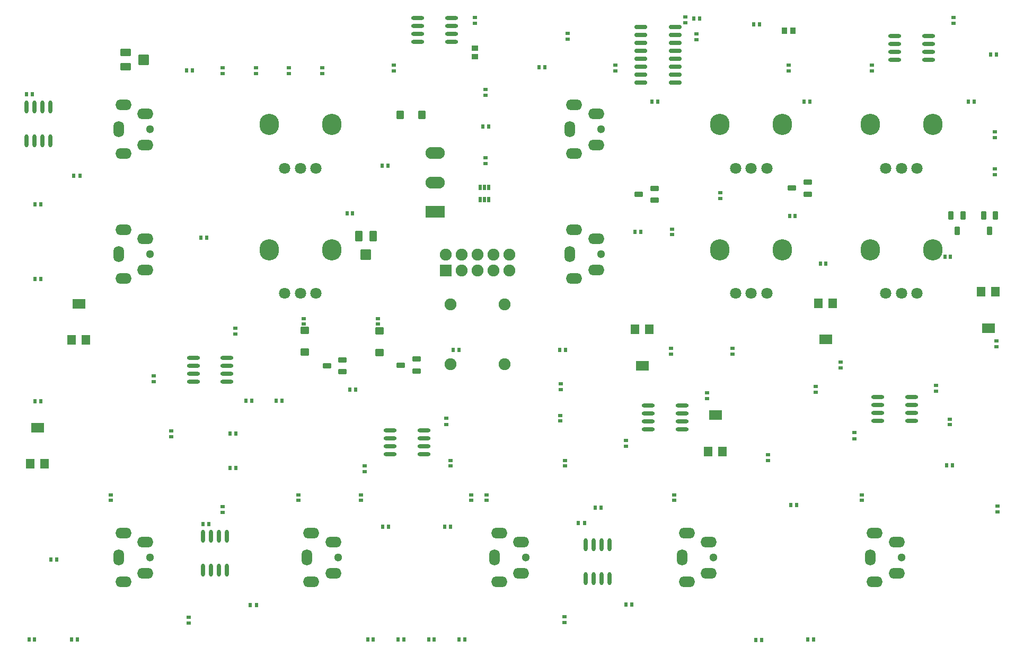
<source format=gbr>
%TF.GenerationSoftware,KiCad,Pcbnew,7.0.6+dfsg-1*%
%TF.CreationDate,2023-07-24T09:36:45-07:00*%
%TF.ProjectId,VCO,56434f2e-6b69-4636-9164-5f7063625858,rev?*%
%TF.SameCoordinates,Original*%
%TF.FileFunction,Soldermask,Top*%
%TF.FilePolarity,Negative*%
%FSLAX46Y46*%
G04 Gerber Fmt 4.6, Leading zero omitted, Abs format (unit mm)*
G04 Created by KiCad (PCBNEW 7.0.6+dfsg-1) date 2023-07-24 09:36:45*
%MOMM*%
%LPD*%
G01*
G04 APERTURE LIST*
G04 Aperture macros list*
%AMRoundRect*
0 Rectangle with rounded corners*
0 $1 Rounding radius*
0 $2 $3 $4 $5 $6 $7 $8 $9 X,Y pos of 4 corners*
0 Add a 4 corners polygon primitive as box body*
4,1,4,$2,$3,$4,$5,$6,$7,$8,$9,$2,$3,0*
0 Add four circle primitives for the rounded corners*
1,1,$1+$1,$2,$3*
1,1,$1+$1,$4,$5*
1,1,$1+$1,$6,$7*
1,1,$1+$1,$8,$9*
0 Add four rect primitives between the rounded corners*
20,1,$1+$1,$2,$3,$4,$5,0*
20,1,$1+$1,$4,$5,$6,$7,0*
20,1,$1+$1,$6,$7,$8,$9,0*
20,1,$1+$1,$8,$9,$2,$3,0*%
G04 Aperture macros list end*
%ADD10RoundRect,0.050000X0.300000X0.190139X-0.300000X0.190139X-0.300000X-0.190139X0.300000X-0.190139X0*%
%ADD11RoundRect,0.050000X0.300000X0.183889X-0.300000X0.183889X-0.300000X-0.183889X0.300000X-0.183889X0*%
%ADD12RoundRect,0.050000X-0.190139X0.300000X-0.190139X-0.300000X0.190139X-0.300000X0.190139X0.300000X0*%
%ADD13RoundRect,0.050000X0.300000X0.208889X-0.300000X0.208889X-0.300000X-0.208889X0.300000X-0.208889X0*%
%ADD14C,1.902000*%
%ADD15RoundRect,0.051000X-0.900000X-0.900000X0.900000X-0.900000X0.900000X0.900000X-0.900000X0.900000X0*%
%ADD16RoundRect,0.050000X0.190139X-0.300000X0.190139X0.300000X-0.190139X0.300000X-0.190139X-0.300000X0*%
%ADD17RoundRect,0.050000X0.208889X-0.300000X0.208889X0.300000X-0.208889X0.300000X-0.208889X-0.300000X0*%
%ADD18RoundRect,0.051000X-0.350000X-0.625000X0.350000X-0.625000X0.350000X0.625000X-0.350000X0.625000X0*%
%ADD19RoundRect,0.050000X-0.300000X-0.190139X0.300000X-0.190139X0.300000X0.190139X-0.300000X0.190139X0*%
%ADD20RoundRect,0.051000X0.450000X-0.400000X0.450000X0.400000X-0.450000X0.400000X-0.450000X-0.400000X0*%
%ADD21RoundRect,0.051000X-0.625000X0.350000X-0.625000X-0.350000X0.625000X-0.350000X0.625000X0.350000X0*%
%ADD22O,2.052000X0.670000*%
%ADD23RoundRect,0.050000X-0.300000X-0.208889X0.300000X-0.208889X0.300000X0.208889X-0.300000X0.208889X0*%
%ADD24RoundRect,0.050000X-0.300000X-0.183889X0.300000X-0.183889X0.300000X0.183889X-0.300000X0.183889X0*%
%ADD25RoundRect,0.051000X0.550000X0.800000X-0.550000X0.800000X-0.550000X-0.800000X0.550000X-0.800000X0*%
%ADD26RoundRect,0.051000X0.800000X0.800000X-0.800000X0.800000X-0.800000X-0.800000X0.800000X-0.800000X0*%
%ADD27RoundRect,0.051000X-0.550000X-0.600000X0.550000X-0.600000X0.550000X0.600000X-0.550000X0.600000X0*%
%ADD28RoundRect,0.050000X0.183889X-0.300000X0.183889X0.300000X-0.183889X0.300000X-0.183889X-0.300000X0*%
%ADD29RoundRect,0.050000X-0.208889X0.300000X-0.208889X-0.300000X0.208889X-0.300000X0.208889X0.300000X0*%
%ADD30RoundRect,0.051000X-0.650000X-0.700000X0.650000X-0.700000X0.650000X0.700000X-0.650000X0.700000X0*%
%ADD31RoundRect,0.051000X-1.000000X-0.700000X1.000000X-0.700000X1.000000X0.700000X-1.000000X0.700000X0*%
%ADD32RoundRect,0.051000X-0.600000X0.550000X-0.600000X-0.550000X0.600000X-0.550000X0.600000X0.550000X0*%
%ADD33O,2.073000X0.704000*%
%ADD34RoundRect,0.051000X0.650000X0.700000X-0.650000X0.700000X-0.650000X-0.700000X0.650000X-0.700000X0*%
%ADD35RoundRect,0.051000X1.000000X0.700000X-1.000000X0.700000X-1.000000X-0.700000X1.000000X-0.700000X0*%
%ADD36RoundRect,0.050000X-0.183889X0.300000X-0.183889X-0.300000X0.183889X-0.300000X0.183889X0.300000X0*%
%ADD37O,0.670000X2.052000*%
%ADD38RoundRect,0.051000X-0.800000X0.550000X-0.800000X-0.550000X0.800000X-0.550000X0.800000X0.550000X0*%
%ADD39RoundRect,0.051000X-0.800000X0.800000X-0.800000X-0.800000X0.800000X-0.800000X0.800000X0.800000X0*%
%ADD40RoundRect,0.051000X0.175000X0.390000X-0.175000X0.390000X-0.175000X-0.390000X0.175000X-0.390000X0*%
%ADD41RoundRect,0.051000X0.400000X0.450000X-0.400000X0.450000X-0.400000X-0.450000X0.400000X-0.450000X0*%
%ADD42C,1.802000*%
%ADD43O,3.102000X3.402000*%
%ADD44C,1.300000*%
%ADD45O,1.702000X2.602000*%
%ADD46O,2.602000X1.702000*%
%ADD47RoundRect,0.051000X-1.500000X0.900000X-1.500000X-0.900000X1.500000X-0.900000X1.500000X0.900000X0*%
%ADD48O,3.102000X1.902000*%
G04 APERTURE END LIST*
D10*
%TO.C,R304*%
X214800000Y-101059861D03*
X214800000Y-100140139D03*
%TD*%
D11*
%TO.C,R204*%
X91200000Y-57353611D03*
X91200000Y-56446389D03*
%TD*%
D12*
%TO.C,R518*%
X62159861Y-90240000D03*
X61240139Y-90240000D03*
%TD*%
D13*
%TO.C,C102*%
X118500000Y-56978611D03*
X118500000Y-56021389D03*
%TD*%
D14*
%TO.C,J101*%
X136980000Y-86316500D03*
X136980000Y-88856500D03*
X134440000Y-86316500D03*
X134440000Y-88856500D03*
X131900000Y-86316500D03*
X131900000Y-88856500D03*
X129360000Y-86316500D03*
X129360000Y-88856500D03*
X126820000Y-86316500D03*
D15*
X126820000Y-88856500D03*
%TD*%
D16*
%TO.C,R614*%
X126640139Y-129900000D03*
X127559861Y-129900000D03*
%TD*%
D17*
%TO.C,C113*%
X59821389Y-60700000D03*
X60778611Y-60700000D03*
%TD*%
D18*
%TO.C,Q302*%
X212750000Y-80050500D03*
X214650000Y-80050500D03*
X213700000Y-82549500D03*
%TD*%
D12*
%TO.C,R218*%
X160659861Y-61900000D03*
X159740139Y-61900000D03*
%TD*%
D19*
%TO.C,R201*%
X133200000Y-70840139D03*
X133200000Y-71759861D03*
%TD*%
D20*
%TO.C,C202*%
X131503000Y-54692500D03*
X131503000Y-53292500D03*
%TD*%
D12*
%TO.C,R307*%
X211259861Y-61900000D03*
X210340139Y-61900000D03*
%TD*%
D21*
%TO.C,Q502*%
X110349500Y-103150000D03*
X110349500Y-105050000D03*
X107850500Y-104100000D03*
%TD*%
D12*
%TO.C,R513*%
X100659861Y-109700000D03*
X99740139Y-109700000D03*
%TD*%
%TO.C,R603*%
X124993193Y-147900000D03*
X124073471Y-147900000D03*
%TD*%
D19*
%TO.C,R521*%
X103300000Y-124740139D03*
X103300000Y-125659861D03*
%TD*%
D22*
%TO.C,U5*%
X91896179Y-106674409D03*
X91896179Y-105404409D03*
X91896179Y-104134409D03*
X91896179Y-102864409D03*
X86485179Y-102864409D03*
X86485179Y-104134409D03*
X86485179Y-105404409D03*
X86485179Y-106674409D03*
%TD*%
D17*
%TO.C,C117*%
X148021389Y-129300000D03*
X148978611Y-129300000D03*
%TD*%
D12*
%TO.C,R402*%
X207759861Y-120050000D03*
X206840139Y-120050000D03*
%TD*%
D19*
%TO.C,R520*%
X73300000Y-124740139D03*
X73300000Y-125659861D03*
%TD*%
D12*
%TO.C,R514*%
X95859861Y-109700000D03*
X94940139Y-109700000D03*
%TD*%
D23*
%TO.C,C112*%
X93200000Y-98121389D03*
X93200000Y-99078611D03*
%TD*%
D19*
%TO.C,R612*%
X91200000Y-126640139D03*
X91200000Y-127559861D03*
%TD*%
D12*
%TO.C,R1*%
X167360132Y-48574371D03*
X166440410Y-48574371D03*
%TD*%
D24*
%TO.C,R210*%
X146300000Y-50946389D03*
X146300000Y-51853611D03*
%TD*%
D10*
%TO.C,R207*%
X101800000Y-57359861D03*
X101800000Y-56440139D03*
%TD*%
D23*
%TO.C,C103*%
X207900000Y-48421389D03*
X207900000Y-49378611D03*
%TD*%
D25*
%TO.C,RV206*%
X112900000Y-83400000D03*
D26*
X114050000Y-86300000D03*
D25*
X115200000Y-83400000D03*
%TD*%
D19*
%TO.C,R308*%
X163300000Y-124740139D03*
X163300000Y-125659861D03*
%TD*%
D16*
%TO.C,R214*%
X111040139Y-79720000D03*
X111959861Y-79720000D03*
%TD*%
D27*
%TO.C,D201*%
X119563500Y-64000500D03*
X123033500Y-64000500D03*
%TD*%
D23*
%TO.C,C108*%
X168600000Y-108421389D03*
X168600000Y-109378611D03*
%TD*%
D28*
%TO.C,R222*%
X184046389Y-61900000D03*
X184953611Y-61900000D03*
%TD*%
D19*
%TO.C,R510*%
X113300000Y-124740139D03*
X113300000Y-125659861D03*
%TD*%
D22*
%TO.C,U6*%
X123319436Y-118265538D03*
X123319436Y-116995538D03*
X123319436Y-115725538D03*
X123319436Y-114455538D03*
X117908436Y-114455538D03*
X117908436Y-115725538D03*
X117908436Y-116995538D03*
X117908436Y-118265538D03*
%TD*%
D12*
%TO.C,R219*%
X157959861Y-82700000D03*
X157040139Y-82700000D03*
%TD*%
D29*
%TO.C,C118*%
X156578611Y-142300000D03*
X155621389Y-142300000D03*
%TD*%
D21*
%TO.C,Q203*%
X160149500Y-75750000D03*
X160149500Y-77650000D03*
X157650500Y-76700000D03*
%TD*%
D14*
%TO.C,D102*%
X127550000Y-94300000D03*
X136250000Y-94300000D03*
%TD*%
D12*
%TO.C,R221*%
X182659861Y-80180000D03*
X181740139Y-80180000D03*
%TD*%
D30*
%TO.C,RV403*%
X171050000Y-117800000D03*
D31*
X169900000Y-112000000D03*
D30*
X168750000Y-117800000D03*
%TD*%
D10*
%TO.C,R407*%
X133300000Y-125659861D03*
X133300000Y-124740139D03*
%TD*%
D12*
%TO.C,R604*%
X129859861Y-147900000D03*
X128940139Y-147900000D03*
%TD*%
D24*
%TO.C,R504*%
X116000000Y-96546389D03*
X116000000Y-97453611D03*
%TD*%
%TO.C,R511*%
X104100000Y-96546389D03*
X104100000Y-97453611D03*
%TD*%
D22*
%TO.C,U8*%
X201253578Y-112904366D03*
X201253578Y-111634366D03*
X201253578Y-110364366D03*
X201253578Y-109094366D03*
X195842578Y-109094366D03*
X195842578Y-110364366D03*
X195842578Y-111634366D03*
X195842578Y-112904366D03*
%TD*%
D11*
%TO.C,R205*%
X96500000Y-57353611D03*
X96500000Y-56446389D03*
%TD*%
D16*
%TO.C,R517*%
X61240139Y-109800000D03*
X62159861Y-109800000D03*
%TD*%
D12*
%TO.C,R615*%
X117659861Y-129900000D03*
X116740139Y-129900000D03*
%TD*%
D16*
%TO.C,R610*%
X150740139Y-126800000D03*
X151659861Y-126800000D03*
%TD*%
D28*
%TO.C,R203*%
X85446389Y-56900000D03*
X86353611Y-56900000D03*
%TD*%
D13*
%TO.C,C207*%
X170700000Y-77378611D03*
X170700000Y-76421389D03*
%TD*%
D10*
%TO.C,R220*%
X163000000Y-83159861D03*
X163000000Y-82240139D03*
%TD*%
D16*
%TO.C,R519*%
X61240139Y-78300000D03*
X62159861Y-78300000D03*
%TD*%
%TO.C,R301*%
X186640139Y-87800000D03*
X187559861Y-87800000D03*
%TD*%
D10*
%TO.C,R208*%
X133200000Y-60859861D03*
X133200000Y-59940139D03*
%TD*%
D12*
%TO.C,R306*%
X214759861Y-54300000D03*
X213840139Y-54300000D03*
%TD*%
D32*
%TO.C,D501*%
X116199500Y-98563500D03*
X116199500Y-102033500D03*
%TD*%
D21*
%TO.C,Q204*%
X184649500Y-74750000D03*
X184649500Y-76650000D03*
X182150500Y-75700000D03*
%TD*%
D17*
%TO.C,C115*%
X88021389Y-129400000D03*
X88978611Y-129400000D03*
%TD*%
D29*
%TO.C,C201*%
X88678611Y-83600000D03*
X87721389Y-83600000D03*
%TD*%
D33*
%TO.C,U1*%
X157990491Y-49950638D03*
X157990491Y-51220638D03*
X157990491Y-52490638D03*
X157990491Y-53760638D03*
X157990491Y-55030638D03*
X157990491Y-56300638D03*
X157990491Y-57570638D03*
X157990491Y-58840638D03*
X163461491Y-58840638D03*
X163461491Y-57570638D03*
X163461491Y-56300638D03*
X163461491Y-55030638D03*
X163461491Y-53760638D03*
X163461491Y-52490638D03*
X163461491Y-51220638D03*
X163461491Y-49950638D03*
%TD*%
D24*
%TO.C,R406*%
X178280000Y-118346389D03*
X178280000Y-119253611D03*
%TD*%
D12*
%TO.C,R506*%
X112459861Y-107900000D03*
X111540139Y-107900000D03*
%TD*%
D30*
%TO.C,RV502*%
X69350000Y-100000000D03*
D31*
X68200000Y-94200000D03*
D30*
X67050000Y-100000000D03*
%TD*%
D19*
%TO.C,R502*%
X145100000Y-112040139D03*
X145100000Y-112959861D03*
%TD*%
D13*
%TO.C,C104*%
X194900000Y-56978611D03*
X194900000Y-56021389D03*
%TD*%
D23*
%TO.C,C106*%
X205100000Y-107221389D03*
X205100000Y-108178611D03*
%TD*%
D13*
%TO.C,C105*%
X192100000Y-115778611D03*
X192100000Y-114821389D03*
%TD*%
D16*
%TO.C,R202*%
X132740139Y-65850000D03*
X133659861Y-65850000D03*
%TD*%
D19*
%TO.C,R505*%
X172600000Y-101340139D03*
X172600000Y-102259861D03*
%TD*%
D23*
%TO.C,C206*%
X181600000Y-56021389D03*
X181600000Y-56978611D03*
%TD*%
D24*
%TO.C,R507*%
X127600000Y-119246389D03*
X127600000Y-120153611D03*
%TD*%
D19*
%TO.C,R609*%
X145800000Y-144240139D03*
X145800000Y-145159861D03*
%TD*%
D29*
%TO.C,C114*%
X68378611Y-73700000D03*
X67421389Y-73700000D03*
%TD*%
D13*
%TO.C,C109*%
X113900000Y-121078611D03*
X113900000Y-120121389D03*
%TD*%
D19*
%TO.C,R401*%
X207300000Y-112640139D03*
X207300000Y-113559861D03*
%TD*%
D16*
%TO.C,R602*%
X184640139Y-147900000D03*
X185559861Y-147900000D03*
%TD*%
D12*
%TO.C,R601*%
X177259861Y-148000000D03*
X176340139Y-148000000D03*
%TD*%
%TO.C,R516*%
X93259861Y-115000000D03*
X92340139Y-115000000D03*
%TD*%
D22*
%TO.C,U9*%
X198553596Y-51364088D03*
X198553596Y-52634088D03*
X198553596Y-53904088D03*
X198553596Y-55174088D03*
X203964596Y-55174088D03*
X203964596Y-53904088D03*
X203964596Y-52634088D03*
X203964596Y-51364088D03*
%TD*%
D19*
%TO.C,R503*%
X162800000Y-101340139D03*
X162800000Y-102259861D03*
%TD*%
D23*
%TO.C,C203*%
X166900000Y-51021389D03*
X166900000Y-51978611D03*
%TD*%
D10*
%TO.C,R302*%
X214500000Y-73559861D03*
X214500000Y-72640139D03*
%TD*%
D19*
%TO.C,R509*%
X130920000Y-124740139D03*
X130920000Y-125659861D03*
%TD*%
D12*
%TO.C,R508*%
X93259861Y-120500000D03*
X92340139Y-120500000D03*
%TD*%
D32*
%TO.C,D502*%
X104299500Y-98463500D03*
X104299500Y-101933500D03*
%TD*%
D19*
%TO.C,R515*%
X83000000Y-114540139D03*
X83000000Y-115459861D03*
%TD*%
%TO.C,R405*%
X189900000Y-103540139D03*
X189900000Y-104459861D03*
%TD*%
D34*
%TO.C,RV301*%
X186350000Y-94100000D03*
D35*
X187500000Y-99900000D03*
D34*
X188650000Y-94100000D03*
%TD*%
D36*
%TO.C,R215*%
X117553611Y-72100000D03*
X116646389Y-72100000D03*
%TD*%
D29*
%TO.C,C116*%
X96578611Y-142400000D03*
X95621389Y-142400000D03*
%TD*%
D22*
%TO.C,U10*%
X122358387Y-48509985D03*
X122358387Y-49779985D03*
X122358387Y-51049985D03*
X122358387Y-52319985D03*
X127769387Y-52319985D03*
X127769387Y-51049985D03*
X127769387Y-49779985D03*
X127769387Y-48509985D03*
%TD*%
D10*
%TO.C,R2*%
X165071324Y-49236481D03*
X165071324Y-48316759D03*
%TD*%
D24*
%TO.C,R512*%
X145900000Y-119246389D03*
X145900000Y-120153611D03*
%TD*%
D12*
%TO.C,R217*%
X176959861Y-49500000D03*
X176040139Y-49500000D03*
%TD*%
D16*
%TO.C,R605*%
X114340139Y-147900000D03*
X115259861Y-147900000D03*
%TD*%
%TO.C,R303*%
X206540139Y-86700000D03*
X207459861Y-86700000D03*
%TD*%
D34*
%TO.C,RV501*%
X157050000Y-98300000D03*
D35*
X158200000Y-104100000D03*
D34*
X159350000Y-98300000D03*
%TD*%
D14*
%TO.C,D101*%
X127550000Y-103900000D03*
X136250000Y-103900000D03*
%TD*%
D18*
%TO.C,Q301*%
X207550000Y-80050500D03*
X209450000Y-80050500D03*
X208500000Y-82549500D03*
%TD*%
D13*
%TO.C,C107*%
X155600000Y-116978611D03*
X155600000Y-116021389D03*
%TD*%
D34*
%TO.C,RV302*%
X212350000Y-92300000D03*
D35*
X213500000Y-98100000D03*
D34*
X214650000Y-92300000D03*
%TD*%
D19*
%TO.C,R403*%
X214920000Y-126540139D03*
X214920000Y-127459861D03*
%TD*%
D13*
%TO.C,C111*%
X80200000Y-106678611D03*
X80200000Y-105721389D03*
%TD*%
D22*
%TO.C,U7*%
X164544161Y-114299947D03*
X164544161Y-113029947D03*
X164544161Y-111759947D03*
X164544161Y-110489947D03*
X159133161Y-110489947D03*
X159133161Y-111759947D03*
X159133161Y-113029947D03*
X159133161Y-114299947D03*
%TD*%
D12*
%TO.C,R607*%
X61159861Y-147900000D03*
X60240139Y-147900000D03*
%TD*%
D37*
%TO.C,U3*%
X149186631Y-138156016D03*
X150456631Y-138156016D03*
X151726631Y-138156016D03*
X152996631Y-138156016D03*
X152996631Y-132745016D03*
X151726631Y-132745016D03*
X150456631Y-132745016D03*
X149186631Y-132745016D03*
%TD*%
D16*
%TO.C,R606*%
X119206805Y-147900000D03*
X120126527Y-147900000D03*
%TD*%
D11*
%TO.C,R206*%
X107100000Y-57353611D03*
X107100000Y-56446389D03*
%TD*%
D37*
%TO.C,U2*%
X88027572Y-136816323D03*
X89297572Y-136816323D03*
X90567572Y-136816323D03*
X91837572Y-136816323D03*
X91837572Y-131405323D03*
X90567572Y-131405323D03*
X89297572Y-131405323D03*
X88027572Y-131405323D03*
%TD*%
D17*
%TO.C,C119*%
X128021389Y-101600000D03*
X128978611Y-101600000D03*
%TD*%
D19*
%TO.C,R611*%
X85800000Y-144340139D03*
X85800000Y-145259861D03*
%TD*%
D38*
%TO.C,RV205*%
X75700000Y-56300000D03*
D39*
X78600000Y-55150000D03*
D38*
X75700000Y-54000000D03*
%TD*%
D17*
%TO.C,C120*%
X145021389Y-101600000D03*
X145978611Y-101600000D03*
%TD*%
D16*
%TO.C,R616*%
X63740139Y-135100000D03*
X64659861Y-135100000D03*
%TD*%
%TO.C,R211*%
X141740139Y-56400000D03*
X142659861Y-56400000D03*
%TD*%
D12*
%TO.C,R608*%
X67959861Y-147900000D03*
X67040139Y-147900000D03*
%TD*%
D19*
%TO.C,R501*%
X145200000Y-107040139D03*
X145200000Y-107959861D03*
%TD*%
%TO.C,R216*%
X193300000Y-124740139D03*
X193300000Y-125659861D03*
%TD*%
D12*
%TO.C,R613*%
X182859861Y-126400000D03*
X181940139Y-126400000D03*
%TD*%
D21*
%TO.C,Q501*%
X122149500Y-103050000D03*
X122149500Y-104950000D03*
X119650500Y-104000000D03*
%TD*%
D37*
%TO.C,U4*%
X59849547Y-68115629D03*
X61119547Y-68115629D03*
X62389547Y-68115629D03*
X63659547Y-68115629D03*
X63659547Y-62704629D03*
X62389547Y-62704629D03*
X61119547Y-62704629D03*
X59849547Y-62704629D03*
%TD*%
D30*
%TO.C,RV601*%
X62750000Y-119800000D03*
D31*
X61600000Y-114000000D03*
D30*
X60450000Y-119800000D03*
%TD*%
D13*
%TO.C,C204*%
X153900000Y-56978611D03*
X153900000Y-56021389D03*
%TD*%
D40*
%TO.C,Q1*%
X133662406Y-75580659D03*
X133012406Y-75580659D03*
X132362406Y-75580659D03*
X132362406Y-77560659D03*
X133012406Y-77560659D03*
X133662406Y-77560659D03*
%TD*%
D23*
%TO.C,C101*%
X131500000Y-48421389D03*
X131500000Y-49378611D03*
%TD*%
D41*
%TO.C,C205*%
X182292500Y-50497000D03*
X180892500Y-50497000D03*
%TD*%
D23*
%TO.C,C110*%
X126900000Y-112521389D03*
X126900000Y-113478611D03*
%TD*%
D11*
%TO.C,R404*%
X185900000Y-108353611D03*
X185900000Y-107446389D03*
%TD*%
D10*
%TO.C,R305*%
X214500000Y-67659861D03*
X214500000Y-66740139D03*
%TD*%
D42*
%TO.C,RV202*%
X106100000Y-72550500D03*
X103600000Y-72550500D03*
X101100000Y-72550500D03*
D43*
X98600000Y-65550500D03*
X108600000Y-65550500D03*
%TD*%
D44*
%TO.C,J201*%
X79600000Y-86280000D03*
D45*
X74600000Y-86280000D03*
D46*
X75349000Y-82380000D03*
X78850000Y-83780000D03*
X78850000Y-88780000D03*
X75349000Y-90180000D03*
%TD*%
D44*
%TO.C,J203*%
X151600000Y-66280000D03*
D45*
X146600000Y-66280000D03*
D46*
X147349000Y-62380000D03*
X150850000Y-63780000D03*
X150850000Y-68780000D03*
X147349000Y-70180000D03*
%TD*%
D42*
%TO.C,RV402*%
X202100000Y-92550500D03*
X199600000Y-92550500D03*
X197100000Y-92550500D03*
D43*
X194600000Y-85550500D03*
X204600000Y-85550500D03*
%TD*%
D44*
%TO.C,J204*%
X199600000Y-134780000D03*
D45*
X194600000Y-134780000D03*
D46*
X195349000Y-130880000D03*
X198850000Y-132280000D03*
X198850000Y-137280000D03*
X195349000Y-138680000D03*
%TD*%
D44*
%TO.C,J401*%
X151600000Y-86280000D03*
D45*
X146600000Y-86280000D03*
D46*
X147349000Y-82380000D03*
X150850000Y-83780000D03*
X150850000Y-88780000D03*
X147349000Y-90180000D03*
%TD*%
D42*
%TO.C,RV204*%
X178100000Y-72550500D03*
X175600000Y-72550500D03*
X173100000Y-72550500D03*
D43*
X170600000Y-65550500D03*
X180600000Y-65550500D03*
%TD*%
D47*
%TO.C,SW201*%
X125100000Y-79511500D03*
D48*
X125100000Y-74811500D03*
X125100000Y-70111500D03*
%TD*%
D42*
%TO.C,RV203*%
X202100000Y-72550500D03*
X199600000Y-72550500D03*
X197100000Y-72550500D03*
D43*
X194600000Y-65550500D03*
X204600000Y-65550500D03*
%TD*%
D42*
%TO.C,RV401*%
X178100000Y-92550500D03*
X175600000Y-92550500D03*
X173100000Y-92550500D03*
D43*
X170600000Y-85550500D03*
X180600000Y-85550500D03*
%TD*%
D44*
%TO.C,J402*%
X139600000Y-134780000D03*
D45*
X134600000Y-134780000D03*
D46*
X135349000Y-130880000D03*
X138850000Y-132280000D03*
X138850000Y-137280000D03*
X135349000Y-138680000D03*
%TD*%
D44*
%TO.C,J301*%
X169600000Y-134780000D03*
D45*
X164600000Y-134780000D03*
D46*
X165349000Y-130880000D03*
X168850000Y-132280000D03*
X168850000Y-137280000D03*
X165349000Y-138680000D03*
%TD*%
D44*
%TO.C,J202*%
X79600000Y-66280000D03*
D45*
X74600000Y-66280000D03*
D46*
X75349000Y-62380000D03*
X78850000Y-63780000D03*
X78850000Y-68780000D03*
X75349000Y-70180000D03*
%TD*%
D44*
%TO.C,J501*%
X79600000Y-134780000D03*
D45*
X74600000Y-134780000D03*
D46*
X75349000Y-130880000D03*
X78850000Y-132280000D03*
X78850000Y-137280000D03*
X75349000Y-138680000D03*
%TD*%
D44*
%TO.C,J502*%
X109600000Y-134780000D03*
D45*
X104600000Y-134780000D03*
D46*
X105349000Y-130880000D03*
X108850000Y-132280000D03*
X108850000Y-137280000D03*
X105349000Y-138680000D03*
%TD*%
D42*
%TO.C,RV201*%
X106100000Y-92550500D03*
X103600000Y-92550500D03*
X101100000Y-92550500D03*
D43*
X98600000Y-85550500D03*
X108600000Y-85550500D03*
%TD*%
M02*

</source>
